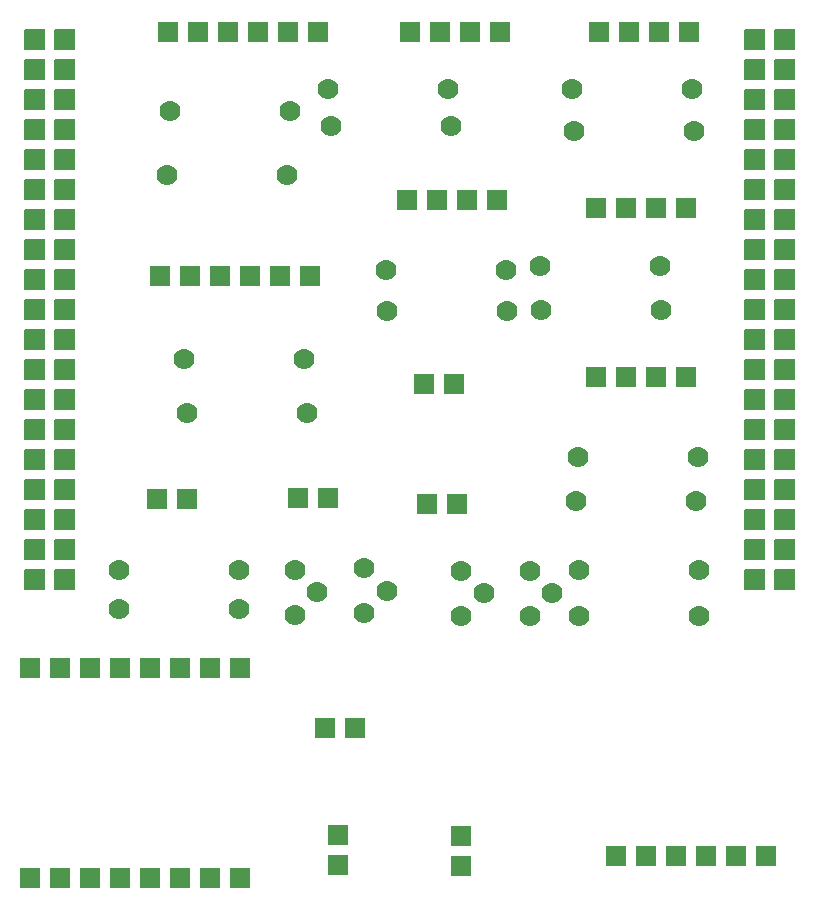
<source format=gbr>
G04 DesignSpark PCB Gerber Version 9.0 Build 5138 *
G04 #@! TF.Part,Single*
G04 #@! TF.FileFunction,Soldermask,Bot *
G04 #@! TF.FilePolarity,Negative *
%FSLAX35Y35*%
%MOIN*%
G04 #@! TA.AperFunction,ComponentPad*
%ADD101R,0.07000X0.07000*%
%ADD102R,0.07000X0.07000*%
%ADD91C,0.07000*%
%ADD15R,0.06000X0.06000*%
%AMT15*0 Rounded Rectangle Pad at angle 90*4,1,24,0.03500,-0.03206,0.03500,0.03206,0.03485,0.03297,0.03444,0.03379,0.03379,0.03444,0.03297,0.03486,0.03206,0.03500,-0.03206,0.03500,-0.03297,0.03485,-0.03379,0.03444,-0.03444,0.03379,-0.03486,0.03297,-0.03500,0.03206,-0.03500,-0.03206,-0.03485,-0.03297,-0.03444,-0.03379,-0.03379,-0.03444,-0.03297,-0.03486,-0.03206,-0.03500,0.03206,-0.03500,0.03297,-0.03485,0.03379,-0.03444,0.03444,-0.03379,0.03486,-0.03297,0.03500,-0.03206,0*%
%ADD15T15*%
X0Y0D02*
D02*
D15*
X20841Y118706D03*
Y128706D03*
Y138706D03*
Y148706D03*
Y158706D03*
Y168706D03*
Y178706D03*
Y188706D03*
Y198706D03*
Y208706D03*
Y218706D03*
Y228706D03*
Y238706D03*
Y248706D03*
Y258706D03*
Y268706D03*
Y278706D03*
Y288706D03*
Y298706D03*
X30841Y118706D03*
Y128706D03*
Y138706D03*
Y148706D03*
Y158706D03*
Y168706D03*
Y178706D03*
Y188706D03*
Y198706D03*
Y208706D03*
Y218706D03*
Y228706D03*
Y238706D03*
Y248706D03*
Y258706D03*
Y268706D03*
Y278706D03*
Y288706D03*
Y298706D03*
X260841Y118706D03*
Y128706D03*
Y138706D03*
Y148706D03*
Y158706D03*
Y168706D03*
Y178706D03*
Y188706D03*
Y198706D03*
Y208706D03*
Y218706D03*
Y228706D03*
Y238706D03*
Y248706D03*
Y258706D03*
Y268706D03*
Y278706D03*
Y288706D03*
Y298706D03*
X270841Y118706D03*
Y128706D03*
Y138706D03*
Y148706D03*
Y158706D03*
Y168706D03*
Y178706D03*
Y188706D03*
Y198706D03*
Y208706D03*
Y218706D03*
Y228706D03*
Y238706D03*
Y248706D03*
Y258706D03*
Y268706D03*
Y278706D03*
Y288706D03*
Y298706D03*
D02*
D91*
X48833Y109099D03*
Y122091D03*
X64817Y253587D03*
X65604Y274847D03*
X70329Y192170D03*
X71274Y174454D03*
X88833Y109099D03*
Y122091D03*
X104817Y253587D03*
X105604Y274847D03*
X107337Y107091D03*
Y122091D03*
X110329Y192170D03*
X111274Y174454D03*
X114837Y114591D03*
X118360Y282328D03*
X119305Y270123D03*
X130565Y107485D03*
Y122485D03*
X137652Y222091D03*
X138065Y114985D03*
X138203Y208312D03*
X158360Y282328D03*
X159305Y270123D03*
X162848Y106698D03*
Y121698D03*
X170348Y114198D03*
X177652Y222091D03*
X178203Y208312D03*
X185683Y106698D03*
Y121698D03*
X189226Y223272D03*
X189384Y208706D03*
X193183Y114198D03*
X199620Y282328D03*
X200250Y268154D03*
X201195Y144926D03*
X201825Y159493D03*
X202219Y106737D03*
Y122091D03*
X229226Y223272D03*
X229384Y208706D03*
X239620Y282328D03*
X240250Y268154D03*
X241195Y144926D03*
X241825Y159493D03*
X242219Y106737D03*
Y122091D03*
D02*
D101*
X19049Y19375D03*
Y89375D03*
X29049Y19375D03*
Y89375D03*
X39049Y19375D03*
Y89375D03*
X49049Y19375D03*
Y89375D03*
X59049Y19375D03*
Y89375D03*
X62415Y220123D03*
X65171Y301225D03*
X69049Y19375D03*
Y89375D03*
X72415Y220123D03*
X75171Y301225D03*
X79049Y19375D03*
Y89375D03*
X82415Y220123D03*
X85171Y301225D03*
X89049Y19375D03*
Y89375D03*
X92415Y220123D03*
X95171Y301225D03*
X102415Y220123D03*
X105171Y301225D03*
X112415Y220123D03*
X115171Y301225D03*
X144699Y245320D03*
X145880Y301225D03*
X154699Y245320D03*
X155880Y301225D03*
X164699Y245320D03*
X165880Y301225D03*
X174699Y245320D03*
X175880Y301225D03*
X207691Y186265D03*
Y242564D03*
X208872Y301225D03*
X214384Y26816D03*
X217691Y186265D03*
Y242564D03*
X218872Y301225D03*
X224384Y26816D03*
X227691Y186265D03*
Y242564D03*
X228872Y301225D03*
X234384Y26816D03*
X237691Y186265D03*
Y242564D03*
X238872Y301225D03*
X244384Y26816D03*
X254384D03*
X264384D03*
D02*
D102*
X61274Y145713D03*
X71274D03*
X108518Y146107D03*
X117415Y69335D03*
X118518Y146107D03*
X121904Y23666D03*
Y33666D03*
X127415Y69335D03*
X150486Y183902D03*
X151274Y144139D03*
X160486Y183902D03*
X161274Y144139D03*
X162848Y23272D03*
Y33272D03*
X0Y0D02*
M02*

</source>
